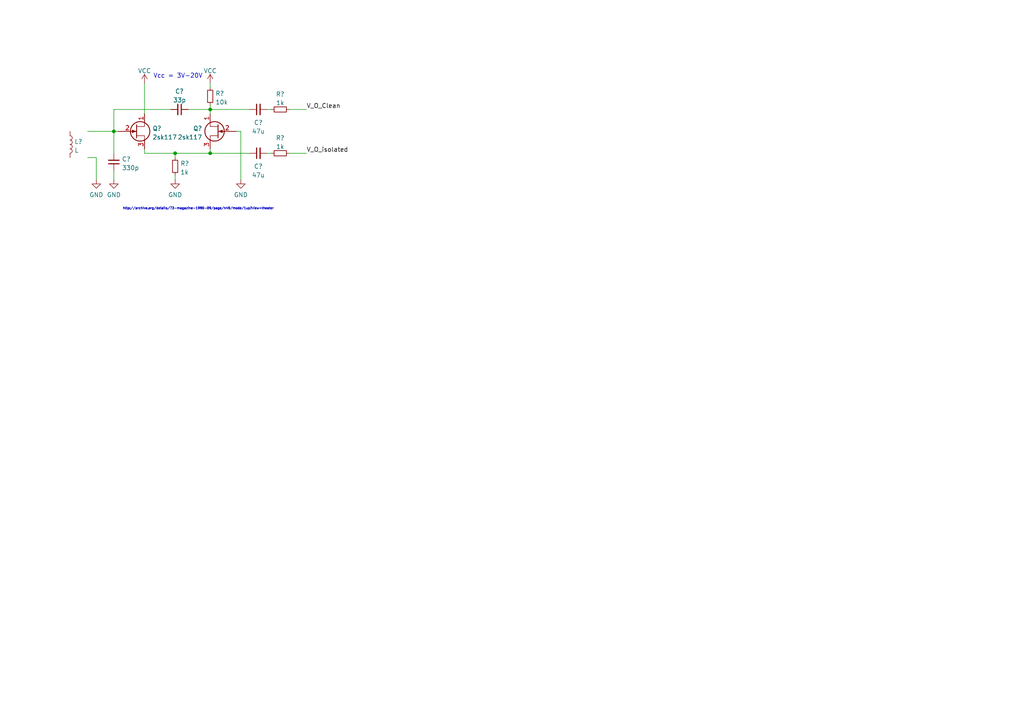
<source format=kicad_sch>
(kicad_sch (version 20211123) (generator eeschema)
  (paper "A4")
  (lib_symbols
    (symbol "Device:C_Small" (pin_numbers hide) (pin_names (offset 0.254) hide)
      (property "Reference" "C" (at 0.254 1.778 0))
      (property "Value" "C_Small" (at 0.254 -2.032 0))
      (symbol "C_Small_0_1"
        (polyline (pts (xy -1.524 -0.508) (xy 1.524 -0.508)) (stroke (width 0.3302)))
        (polyline (pts (xy -1.524 0.508) (xy 1.524 0.508)) (stroke (width 0.3048)))
      )
      (symbol "C_Small_1_1"
        (pin passive line (at 0 2.54 270) (length 2.032) (name "~") (number "1"))
        (pin passive line (at 0 -2.54 90) (length 2.032) (name "~") (number "2"))
      )
    )
    (symbol "Device:L" (pin_numbers hide) (pin_names (offset 1.016) hide)
      (property "Reference" "L" (at -1.27 0 90))
      (property "Value" "L" (at 1.905 0 90))
      (symbol "L_0_1"
        (arc (start 0 -2.54) (mid 0.635 -1.905) (end 0 -1.27))
        (arc (start 0 -1.27) (mid 0.635 -0.635) (end 0 0))
        (arc (start 0 0) (mid 0.635 0.635) (end 0 1.27))
        (arc (start 0 1.27) (mid 0.635 1.905) (end 0 2.54))
      )
      (symbol "L_1_1"
        (pin passive line (at 0 3.81 270) (length 1.27) (name "1") (number "1"))
        (pin passive line (at 0 -3.81 90) (length 1.27) (name "2") (number "2"))
      )
    )
    (symbol "Device:Q_NJFET_DGS" (pin_names (offset 0) hide)
      (property "Reference" "Q" (at 5.08 1.27 0))
      (property "Value" "Q_NJFET_DGS" (at 5.08 -1.27 0))
      (symbol "Q_NJFET_DGS_0_1"
        (polyline (pts (xy 0.254 1.905) (xy 0.254 -1.905) (xy 0.254 -1.905)) (stroke (width 0.254)))
        (polyline (pts (xy 2.54 -2.54) (xy 2.54 -1.27) (xy 0.254 -1.27)))
        (polyline (pts (xy 2.54 2.54) (xy 2.54 1.397) (xy 0.254 1.397)))
        (polyline (pts (xy 0 0) (xy -1.016 0.381) (xy -1.016 -0.381) (xy 0 0)) (fill (type outline)))
        (circle (center 1.27 0) (radius 2.8194) (stroke (width 0.254)))
      )
      (symbol "Q_NJFET_DGS_1_1"
        (pin passive line (at 2.54 5.08 270) (length 2.54) (name "D") (number "1"))
        (pin input line (at -5.08 0 0) (length 5.334) (name "G") (number "2"))
        (pin passive line (at 2.54 -5.08 90) (length 2.54) (name "S") (number "3"))
      )
    )
    (symbol "Device:R_Small" (pin_numbers hide) (pin_names (offset 0.254) hide)
      (property "Reference" "R" (at 0.762 0.508 0))
      (property "Value" "R_Small" (at 0.762 -1.016 0))
      (symbol "R_Small_0_1"
        (rectangle (start -0.762 1.778) (end 0.762 -1.778) (stroke (width 0.2032)))
      )
      (symbol "R_Small_1_1"
        (pin passive line (at 0 2.54 270) (length 0.762) (name "~") (number "1"))
        (pin passive line (at 0 -2.54 90) (length 0.762) (name "~") (number "2"))
      )
    )
    (symbol "power:GND" (power) (pin_names (offset 0))
      (property "Value" "GND" (at 0 -3.81 0))
      (symbol "GND_0_1"
        (polyline (pts (xy 0 0) (xy 0 -1.27) (xy 1.27 -1.27) (xy 0 -2.54) (xy -1.27 -1.27) (xy 0 -1.27)))
      )
      (symbol "GND_1_1"
        (pin power_in line (at 0 0 270) (length 0) hide (name "GND") (number "1"))
      )
    )
    (symbol "power:VCC" (power) (pin_names (offset 0))
      (property "Value" "VCC" (at 0 3.81 0))
      (symbol "VCC_0_1"
        (polyline (pts (xy -0.762 1.27) (xy 0 2.54)))
        (polyline (pts (xy 0 0) (xy 0 2.54)))
        (polyline (pts (xy 0 2.54) (xy 0.762 1.27)))
      )
      (symbol "VCC_1_1"
        (pin power_in line (at 0 0 90) (length 0) hide (name "VCC") (number "1"))
      )
    )
  )
  (junction (at 50.8 44.45))
  (junction (at 60.96 31.75))
  (junction (at 60.96 44.45))
  (junction (at 33.02 38.1))
  (wire (pts (xy 25.4 38.1) (xy 33.02 38.1)))
  (wire (pts (xy 60.96 24.13) (xy 60.96 25.4)))
  (wire (pts (xy 77.47 31.75) (xy 78.74 31.75)))
  (wire (pts (xy 72.39 31.75) (xy 60.96 31.75)))
  (wire (pts (xy 50.8 50.8) (xy 50.8 52.07)))
  (wire (pts (xy 68.58 38.1) (xy 69.85 38.1)))
  (wire (pts (xy 33.02 31.75) (xy 33.02 38.1)))
  (wire (pts (xy 60.96 44.45) (xy 60.96 43.18)))
  (wire (pts (xy 83.82 44.45) (xy 88.9 44.45)))
  (wire (pts (xy 50.8 45.72) (xy 50.8 44.45)))
  (wire (pts (xy 41.91 33.02) (xy 41.91 24.13)))
  (wire (pts (xy 50.8 44.45) (xy 60.96 44.45)))
  (wire (pts (xy 33.02 49.53) (xy 33.02 52.07)))
  (wire (pts (xy 83.82 31.75) (xy 88.9 31.75)))
  (wire (pts (xy 41.91 43.18) (xy 41.91 44.45)))
  (wire (pts (xy 33.02 38.1) (xy 33.02 44.45)))
  (wire (pts (xy 34.29 38.1) (xy 33.02 38.1)))
  (wire (pts (xy 60.96 33.02) (xy 60.96 31.75)))
  (wire (pts (xy 60.96 31.75) (xy 60.96 30.48)))
  (wire (pts (xy 27.94 52.07) (xy 27.94 45.72)))
  (wire (pts (xy 49.53 31.75) (xy 33.02 31.75)))
  (wire (pts (xy 77.47 44.45) (xy 78.74 44.45)))
  (wire (pts (xy 25.4 45.72) (xy 27.94 45.72)))
  (wire (pts (xy 69.85 38.1) (xy 69.85 52.07)))
  (wire (pts (xy 41.91 44.45) (xy 50.8 44.45)))
  (wire (pts (xy 60.96 31.75) (xy 54.61 31.75)))
  (wire (pts (xy 60.96 44.45) (xy 72.39 44.45)))
  (text "Vcc = 3V-20V " (at 44.45 22.86 0) (effects (font (size 1.27 1.27)) (justify left bottom)))
  (text "http://archive.org/details/73-magazine-1990-09/page/n49/mode/1up?view=theater" (at 35.56 60.96 0) (effects (font (size 0.65 0.65)) (justify left bottom)))
  (label "V_O_isolated" (at 88.9 44.45 0))
  (label "V_O_Clean" (at 88.9 31.75 0))
  (symbol (lib_id "power:VCC") (at 41.91 24.13 0) (unit 1)
    (property "Reference" "#PWR?" (effects hide))
    (property "Value" "VCC" (at 41.91 20.5542 0))
  )
  (symbol (lib_id "power:GND") (at 33.02 52.07 0) (unit 1)
    (property "Reference" "#PWR?" (effects hide))
    (property "Value" "GND" (at 33.02 56.5134 0))
  )
  (symbol (lib_id "power:GND") (at 69.85 52.07 0) (unit 1)
    (property "Reference" "#PWR?" (effects hide))
    (property "Value" "GND" (at 69.85 56.5134 0))
  )
  (symbol (lib_id "power:GND") (at 50.8 52.07 0) (unit 1)
    (property "Reference" "#PWR?" (effects hide))
    (property "Value" "GND" (at 50.8 56.5134 0))
  )
  (symbol (lib_id "Device:R_Small") (at 81.28 31.75 90) (unit 1)
    (property "Reference" "R?" (at 81.28 27.3136 90))
    (property "Value" "1k" (at 81.28 29.8505 90))
  )
  (symbol (lib_id "Device:L") (at 20.32 41.91 0) (unit 1)
    (property "Reference" "L?" (at 21.59 41.0753 0) (effects (justify left)))
    (property "Value" "L" (at 21.59 43.6122 0) (effects (justify left)))
  )
  (symbol (lib_id "Device:R_Small") (at 60.96 27.94 0) (unit 1)
    (property "Reference" "R?" (at 62.4586 27.1053 0) (effects (justify left)))
    (property "Value" "10k" (at 62.4586 29.6422 0) (effects (justify left)))
  )
  (symbol (lib_id "power:GND") (at 27.94 52.07 0) (unit 1)
    (property "Reference" "#PWR?" (effects hide))
    (property "Value" "GND" (at 27.94 56.5134 0))
  )
  (symbol (lib_id "Device:C_Small") (at 74.93 44.45 90) (unit 1)
    (property "Reference" "C?" (at 74.93 48.26 90))
    (property "Value" "47u" (at 74.93 50.8 90))
  )
  (symbol (lib_id "Device:C_Small") (at 33.02 46.99 180) (unit 1)
    (property "Reference" "C?" (at 35.3441 46.1489 0) (effects (justify right)))
    (property "Value" "330p" (at 35.3441 48.6858 0) (effects (justify right)))
  )
  (symbol (lib_id "Device:Q_NJFET_DGS") (at 63.5 38.1 0) (mirror y) (unit 1)
    (property "Reference" "Q?" (at 58.6487 37.2653 0) (effects (justify left)))
    (property "Value" "2sk117" (at 58.6487 39.8022 0) (effects (justify left)))
  )
  (symbol (lib_id "Device:C_Small") (at 52.07 31.75 270) (unit 1)
    (property "Reference" "C?" (at 52.0636 26.4881 90))
    (property "Value" "33p" (at 52.0636 29.025 90))
  )
  (symbol (lib_id "Device:Q_NJFET_DGS") (at 39.37 38.1 0) (unit 1)
    (property "Reference" "Q?" (at 44.2214 37.2653 0) (effects (justify left)))
    (property "Value" "2sk117" (at 44.2214 39.8022 0) (effects (justify left)))
  )
  (symbol (lib_id "Device:C_Small") (at 74.93 31.75 90) (unit 1)
    (property "Reference" "C?" (at 74.93 35.56 90))
    (property "Value" "47u" (at 74.93 38.1 90))
  )
  (symbol (lib_id "Device:R_Small") (at 81.28 44.45 90) (unit 1)
    (property "Reference" "R?" (at 81.28 40.0136 90))
    (property "Value" "1k" (at 81.28 42.5505 90))
  )
  (symbol (lib_id "power:VCC") (at 60.96 24.13 0) (unit 1)
    (property "Reference" "#PWR?" (effects hide))
    (property "Value" "VCC" (at 60.96 20.5542 0))
  )
  (symbol (lib_id "Device:R_Small") (at 50.8 48.26 0) (unit 1)
    (property "Reference" "R?" (at 52.2986 47.4253 0) (effects (justify left)))
    (property "Value" "1k" (at 52.2986 49.9622 0) (effects (justify left)))
  )
)
</source>
